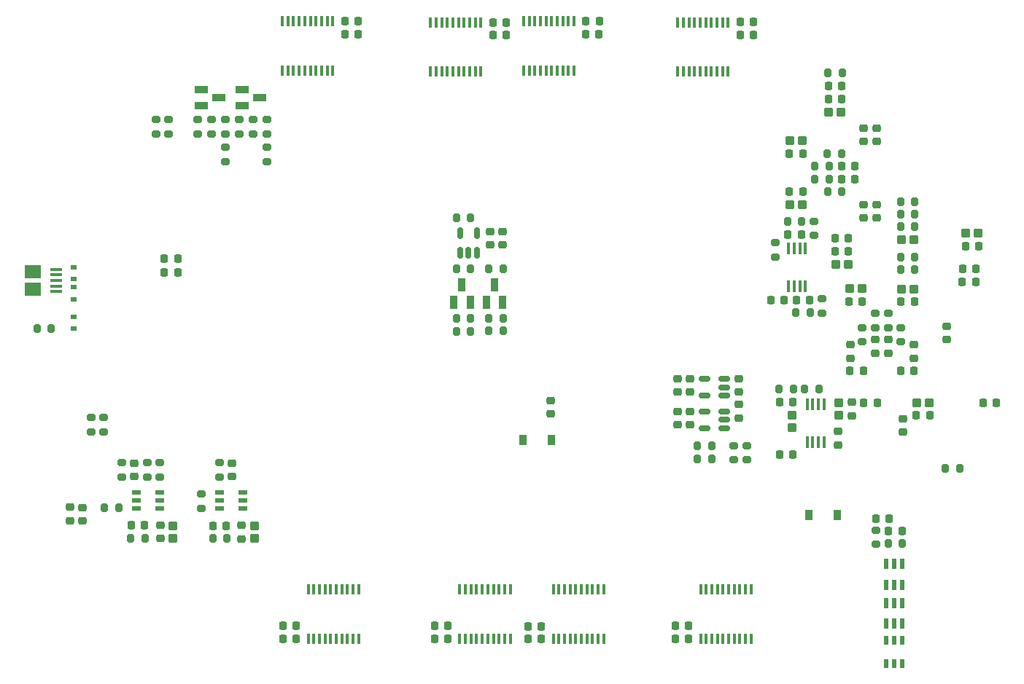
<source format=gbr>
%TF.GenerationSoftware,KiCad,Pcbnew,(6.0.11)*%
%TF.CreationDate,2024-03-19T14:27:03-04:00*%
%TF.ProjectId,Ultrasonic Sound Steering - Control Rev. B,556c7472-6173-46f6-9e69-6320536f756e,rev?*%
%TF.SameCoordinates,Original*%
%TF.FileFunction,Paste,Bot*%
%TF.FilePolarity,Positive*%
%FSLAX46Y46*%
G04 Gerber Fmt 4.6, Leading zero omitted, Abs format (unit mm)*
G04 Created by KiCad (PCBNEW (6.0.11)) date 2024-03-19 14:27:03*
%MOMM*%
%LPD*%
G01*
G04 APERTURE LIST*
G04 Aperture macros list*
%AMRoundRect*
0 Rectangle with rounded corners*
0 $1 Rounding radius*
0 $2 $3 $4 $5 $6 $7 $8 $9 X,Y pos of 4 corners*
0 Add a 4 corners polygon primitive as box body*
4,1,4,$2,$3,$4,$5,$6,$7,$8,$9,$2,$3,0*
0 Add four circle primitives for the rounded corners*
1,1,$1+$1,$2,$3*
1,1,$1+$1,$4,$5*
1,1,$1+$1,$6,$7*
1,1,$1+$1,$8,$9*
0 Add four rect primitives between the rounded corners*
20,1,$1+$1,$2,$3,$4,$5,0*
20,1,$1+$1,$4,$5,$6,$7,0*
20,1,$1+$1,$6,$7,$8,$9,0*
20,1,$1+$1,$8,$9,$2,$3,0*%
G04 Aperture macros list end*
%ADD10RoundRect,0.225000X-0.225000X-0.250000X0.225000X-0.250000X0.225000X0.250000X-0.225000X0.250000X0*%
%ADD11R,0.304800X1.168400*%
%ADD12RoundRect,0.200000X0.275000X-0.200000X0.275000X0.200000X-0.275000X0.200000X-0.275000X-0.200000X0*%
%ADD13RoundRect,0.250000X0.287500X0.275000X-0.287500X0.275000X-0.287500X-0.275000X0.287500X-0.275000X0*%
%ADD14RoundRect,0.200000X-0.200000X-0.275000X0.200000X-0.275000X0.200000X0.275000X-0.200000X0.275000X0*%
%ADD15RoundRect,0.200000X-0.275000X0.200000X-0.275000X-0.200000X0.275000X-0.200000X0.275000X0.200000X0*%
%ADD16R,0.700000X0.600000*%
%ADD17R,0.863600X1.600200*%
%ADD18RoundRect,0.225000X0.225000X0.250000X-0.225000X0.250000X-0.225000X-0.250000X0.225000X-0.250000X0*%
%ADD19R,0.977900X0.558800*%
%ADD20RoundRect,0.225000X-0.250000X0.225000X-0.250000X-0.225000X0.250000X-0.225000X0.250000X0.225000X0*%
%ADD21RoundRect,0.225000X0.250000X-0.225000X0.250000X0.225000X-0.250000X0.225000X-0.250000X-0.225000X0*%
%ADD22R,1.600200X0.863600*%
%ADD23R,0.558800X0.977900*%
%ADD24RoundRect,0.250000X-0.275000X0.287500X-0.275000X-0.287500X0.275000X-0.287500X0.275000X0.287500X0*%
%ADD25RoundRect,0.150000X0.150000X-0.512500X0.150000X0.512500X-0.150000X0.512500X-0.150000X-0.512500X0*%
%ADD26RoundRect,0.200000X0.200000X0.275000X-0.200000X0.275000X-0.200000X-0.275000X0.200000X-0.275000X0*%
%ADD27RoundRect,0.250000X-0.287500X-0.275000X0.287500X-0.275000X0.287500X0.275000X-0.287500X0.275000X0*%
%ADD28RoundRect,0.218750X-0.218750X-0.256250X0.218750X-0.256250X0.218750X0.256250X-0.218750X0.256250X0*%
%ADD29R,0.450000X1.450000*%
%ADD30RoundRect,0.150000X0.512500X0.150000X-0.512500X0.150000X-0.512500X-0.150000X0.512500X-0.150000X0*%
%ADD31RoundRect,0.250000X0.275000X-0.287500X0.275000X0.287500X-0.275000X0.287500X-0.275000X-0.287500X0*%
%ADD32R,0.900000X1.200000*%
%ADD33R,0.533400X1.295400*%
%ADD34R,1.350000X0.400000*%
%ADD35R,1.900000X1.500000*%
%ADD36R,0.431800X1.358900*%
%ADD37R,0.558800X1.295400*%
G04 APERTURE END LIST*
D10*
%TO.C,C5*%
X108760000Y-119100000D03*
X110310000Y-119100000D03*
%TD*%
%TO.C,C124*%
X162425000Y-130760000D03*
X163975000Y-130760000D03*
%TD*%
D11*
%TO.C,U21*%
X122655000Y-66230200D03*
X122004999Y-66230200D03*
X121355001Y-66230200D03*
X120704999Y-66230200D03*
X120055001Y-66230200D03*
X119405002Y-66230200D03*
X118755001Y-66230200D03*
X118105002Y-66230200D03*
X117455001Y-66230200D03*
X116805002Y-66230200D03*
X116805000Y-60489800D03*
X117454998Y-60489800D03*
X118104999Y-60489800D03*
X118754998Y-60489800D03*
X119404999Y-60489800D03*
X120054998Y-60489800D03*
X120704999Y-60489800D03*
X121354998Y-60489800D03*
X122004999Y-60489800D03*
X122654998Y-60489800D03*
%TD*%
D12*
%TO.C,R130*%
X169220000Y-111465000D03*
X169220000Y-109815000D03*
%TD*%
D13*
%TO.C,C145*%
X184062500Y-91560000D03*
X182637500Y-91560000D03*
%TD*%
D14*
%TO.C,R84*%
X137010000Y-89254500D03*
X138660000Y-89254500D03*
%TD*%
%TO.C,R89*%
X177446500Y-103214600D03*
X179096500Y-103214600D03*
%TD*%
D15*
%TO.C,R59*%
X115001000Y-75112501D03*
X115001000Y-76762501D03*
%TD*%
D16*
%TO.C,D25*%
X92590000Y-92800000D03*
X92590000Y-91400000D03*
%TD*%
D12*
%TO.C,R90*%
X179450000Y-94395000D03*
X179450000Y-92745000D03*
%TD*%
D14*
%TO.C,R91*%
X140780000Y-89254500D03*
X142430000Y-89254500D03*
%TD*%
D11*
%TO.C,U18*%
X148265000Y-126489800D03*
X148915001Y-126489800D03*
X149564999Y-126489800D03*
X150215001Y-126489800D03*
X150864999Y-126489800D03*
X151514998Y-126489800D03*
X152164999Y-126489800D03*
X152814998Y-126489800D03*
X153464999Y-126489800D03*
X154114998Y-126489800D03*
X154115000Y-132230200D03*
X153465002Y-132230200D03*
X152815001Y-132230200D03*
X152165002Y-132230200D03*
X151515001Y-132230200D03*
X150865002Y-132230200D03*
X150215001Y-132230200D03*
X149565002Y-132230200D03*
X148915001Y-132230200D03*
X148265002Y-132230200D03*
%TD*%
D17*
%TO.C,Q8*%
X142375001Y-93140000D03*
X140474999Y-93140000D03*
X141425000Y-91129000D03*
%TD*%
D15*
%TO.C,R50*%
X185740000Y-119635000D03*
X185740000Y-121285000D03*
%TD*%
D18*
%TO.C,C126*%
X125595000Y-60490000D03*
X124045000Y-60490000D03*
%TD*%
D12*
%TO.C,R52*%
X103620000Y-73577500D03*
X103620000Y-71927500D03*
%TD*%
D19*
%TO.C,U2*%
X99819750Y-117140001D03*
X99819750Y-116190000D03*
X99819750Y-115239999D03*
X102550250Y-115239999D03*
X102550250Y-116190000D03*
X102550250Y-117140001D03*
%TD*%
D20*
%TO.C,C17*%
X93580000Y-116980000D03*
X93580000Y-118530000D03*
%TD*%
D21*
%TO.C,C41*%
X190110000Y-99645000D03*
X190110000Y-98095000D03*
%TD*%
D20*
%TO.C,C11*%
X102615000Y-119035000D03*
X102615000Y-120585000D03*
%TD*%
D14*
%TO.C,R57*%
X176415000Y-94320000D03*
X178065000Y-94320000D03*
%TD*%
D18*
%TO.C,C143*%
X184145000Y-93092500D03*
X182595000Y-93092500D03*
%TD*%
%TO.C,C2*%
X153580000Y-61960000D03*
X152030000Y-61960000D03*
%TD*%
D12*
%TO.C,R7*%
X101125000Y-113435000D03*
X101125000Y-111785000D03*
%TD*%
D22*
%TO.C,Q2*%
X107380000Y-70290002D03*
X107380000Y-68390000D03*
X109391000Y-69340001D03*
%TD*%
D20*
%TO.C,C139*%
X185770000Y-81760000D03*
X185770000Y-83310000D03*
%TD*%
D13*
%TO.C,C6*%
X190102500Y-85850000D03*
X188677500Y-85850000D03*
%TD*%
D10*
%TO.C,C78*%
X187175000Y-119720000D03*
X188725000Y-119720000D03*
%TD*%
D21*
%TO.C,C55*%
X187160000Y-99042500D03*
X187160000Y-97492500D03*
%TD*%
D23*
%TO.C,U9*%
X188760000Y-135125250D03*
X187809999Y-135125250D03*
X186859998Y-135125250D03*
X186859998Y-132394750D03*
X187809999Y-132394750D03*
X188760000Y-132394750D03*
%TD*%
D24*
%TO.C,C10*%
X104100000Y-119117500D03*
X104100000Y-120542500D03*
%TD*%
D18*
%TO.C,C23*%
X181755000Y-69510000D03*
X180205000Y-69510000D03*
%TD*%
%TO.C,C20*%
X197635000Y-86600000D03*
X196085000Y-86600000D03*
%TD*%
D14*
%TO.C,R95*%
X178635231Y-77323291D03*
X180285231Y-77323291D03*
%TD*%
D25*
%TO.C,U25*%
X139365000Y-87392000D03*
X138415000Y-87392000D03*
X137465000Y-87392000D03*
X137465000Y-85117000D03*
X139365000Y-85117000D03*
%TD*%
D10*
%TO.C,C157*%
X180971631Y-87240000D03*
X182521631Y-87240000D03*
%TD*%
%TO.C,C121*%
X145335000Y-132250000D03*
X146885000Y-132250000D03*
%TD*%
D18*
%TO.C,C151*%
X176085000Y-110820000D03*
X174535000Y-110820000D03*
%TD*%
D26*
%TO.C,R126*%
X195440000Y-112410000D03*
X193790000Y-112410000D03*
%TD*%
D20*
%TO.C,C154*%
X182880000Y-104765000D03*
X182880000Y-106315000D03*
%TD*%
D10*
%TO.C,C129*%
X116875000Y-130720000D03*
X118425000Y-130720000D03*
%TD*%
%TO.C,C125*%
X116875000Y-132250000D03*
X118425000Y-132250000D03*
%TD*%
D19*
%TO.C,U1*%
X109478825Y-117140001D03*
X109478825Y-116190000D03*
X109478825Y-115239999D03*
X112209325Y-115239999D03*
X112209325Y-116190000D03*
X112209325Y-117140001D03*
%TD*%
D10*
%TO.C,C48*%
X188620000Y-93092500D03*
X190170000Y-93092500D03*
%TD*%
D17*
%TO.C,Q7*%
X138605001Y-93145500D03*
X136704999Y-93145500D03*
X137655000Y-91134500D03*
%TD*%
D20*
%TO.C,C63*%
X184310000Y-81760000D03*
X184310000Y-83310000D03*
%TD*%
D15*
%TO.C,R9*%
X98135000Y-111785000D03*
X98135000Y-113435000D03*
%TD*%
D10*
%TO.C,C90*%
X198125000Y-104790000D03*
X199675000Y-104790000D03*
%TD*%
%TO.C,C25*%
X195745000Y-90745000D03*
X197295000Y-90745000D03*
%TD*%
D27*
%TO.C,C161*%
X181057500Y-88750000D03*
X182482500Y-88750000D03*
%TD*%
D18*
%TO.C,C57*%
X183270231Y-77323291D03*
X181720231Y-77323291D03*
%TD*%
D14*
%TO.C,R103*%
X174481500Y-103214600D03*
X176131500Y-103214600D03*
%TD*%
D10*
%TO.C,C24*%
X195750000Y-89235000D03*
X197300000Y-89235000D03*
%TD*%
D12*
%TO.C,R64*%
X110190000Y-73560000D03*
X110190000Y-71910000D03*
%TD*%
%TO.C,R60*%
X115000000Y-73555000D03*
X115000000Y-71905000D03*
%TD*%
D18*
%TO.C,C58*%
X183270231Y-78823291D03*
X181720231Y-78823291D03*
%TD*%
D15*
%TO.C,R63*%
X110191000Y-75115001D03*
X110191000Y-76765001D03*
%TD*%
D14*
%TO.C,R22*%
X188565000Y-87900000D03*
X190215000Y-87900000D03*
%TD*%
D20*
%TO.C,C77*%
X147980000Y-104545000D03*
X147980000Y-106095000D03*
%TD*%
D26*
%TO.C,R83*%
X138660000Y-95030000D03*
X137010000Y-95030000D03*
%TD*%
D13*
%TO.C,C53*%
X177142500Y-81820000D03*
X175717500Y-81820000D03*
%TD*%
D10*
%TO.C,C122*%
X162425000Y-132220000D03*
X163975000Y-132220000D03*
%TD*%
D26*
%TO.C,R18*%
X190215000Y-82880000D03*
X188565000Y-82880000D03*
%TD*%
D10*
%TO.C,C155*%
X180971631Y-85720000D03*
X182521631Y-85720000D03*
%TD*%
D18*
%TO.C,C42*%
X175055000Y-92860000D03*
X173505000Y-92860000D03*
%TD*%
D14*
%TO.C,R123*%
X137010000Y-83300000D03*
X138660000Y-83300000D03*
%TD*%
D10*
%TO.C,C1*%
X134485000Y-130740000D03*
X136035000Y-130740000D03*
%TD*%
%TO.C,C123*%
X145335000Y-130790000D03*
X146885000Y-130790000D03*
%TD*%
D26*
%TO.C,R86*%
X142430000Y-95024500D03*
X140780000Y-95024500D03*
%TD*%
D18*
%TO.C,C93*%
X178015000Y-92860000D03*
X176465000Y-92860000D03*
%TD*%
D20*
%TO.C,C14*%
X92120000Y-116975000D03*
X92120000Y-118525000D03*
%TD*%
D22*
%TO.C,Q1*%
X112154700Y-70286302D03*
X112154700Y-68386300D03*
X114165700Y-69336301D03*
%TD*%
D24*
%TO.C,C8*%
X113578825Y-119157501D03*
X113578825Y-120582501D03*
%TD*%
D20*
%TO.C,C4*%
X99635000Y-111835000D03*
X99635000Y-113385000D03*
%TD*%
D14*
%TO.C,R87*%
X180105000Y-80280000D03*
X181755000Y-80280000D03*
%TD*%
D21*
%TO.C,C66*%
X184310000Y-74430000D03*
X184310000Y-72880000D03*
%TD*%
D18*
%TO.C,C99*%
X142785000Y-60590000D03*
X141235000Y-60590000D03*
%TD*%
D28*
%TO.C,L1*%
X184300000Y-104790000D03*
X185875000Y-104790000D03*
%TD*%
D12*
%TO.C,R20*%
X107430000Y-117080000D03*
X107430000Y-115430000D03*
%TD*%
D13*
%TO.C,C18*%
X197550000Y-85090000D03*
X196125000Y-85090000D03*
%TD*%
D20*
%TO.C,C137*%
X181290000Y-108155000D03*
X181290000Y-109705000D03*
%TD*%
D13*
%TO.C,C156*%
X191865000Y-104792000D03*
X190440000Y-104792000D03*
%TD*%
D29*
%TO.C,U23*%
X177523631Y-91250000D03*
X176873631Y-91250000D03*
X176223631Y-91250000D03*
X175573631Y-91250000D03*
X175573631Y-86850000D03*
X176223631Y-86850000D03*
X176873631Y-86850000D03*
X177523631Y-86850000D03*
%TD*%
D26*
%TO.C,R11*%
X100865000Y-120565000D03*
X99215000Y-120565000D03*
%TD*%
D30*
%TO.C,U26*%
X168095750Y-102060000D03*
X168095750Y-103010000D03*
X168095750Y-103960000D03*
X165820750Y-103960000D03*
X165820750Y-102060000D03*
%TD*%
D20*
%TO.C,C128*%
X140895000Y-84904500D03*
X140895000Y-86454500D03*
%TD*%
D21*
%TO.C,C32*%
X193930000Y-97485000D03*
X193930000Y-95935000D03*
%TD*%
D15*
%TO.C,R122*%
X178490000Y-83715000D03*
X178490000Y-85365000D03*
%TD*%
D11*
%TO.C,U14*%
X168555000Y-66330200D03*
X167904999Y-66330200D03*
X167255001Y-66330200D03*
X166604999Y-66330200D03*
X165955001Y-66330200D03*
X165305002Y-66330200D03*
X164655001Y-66330200D03*
X164005002Y-66330200D03*
X163355001Y-66330200D03*
X162705002Y-66330200D03*
X162705000Y-60589800D03*
X163354998Y-60589800D03*
X164004999Y-60589800D03*
X164654998Y-60589800D03*
X165304999Y-60589800D03*
X165954998Y-60589800D03*
X166604999Y-60589800D03*
X167254998Y-60589800D03*
X167904999Y-60589800D03*
X168554998Y-60589800D03*
%TD*%
D18*
%TO.C,C132*%
X104657500Y-89640000D03*
X103107500Y-89640000D03*
%TD*%
D15*
%TO.C,R106*%
X174010000Y-86225000D03*
X174010000Y-87875000D03*
%TD*%
D10*
%TO.C,C94*%
X134485000Y-132250000D03*
X136035000Y-132250000D03*
%TD*%
D31*
%TO.C,C153*%
X181370000Y-106235000D03*
X181370000Y-104810000D03*
%TD*%
D26*
%TO.C,R13*%
X190215000Y-89360000D03*
X188565000Y-89360000D03*
%TD*%
D21*
%TO.C,C144*%
X185770000Y-74430000D03*
X185770000Y-72880000D03*
%TD*%
D14*
%TO.C,R19*%
X188565000Y-84340000D03*
X190215000Y-84340000D03*
%TD*%
%TO.C,R42*%
X180065000Y-75860000D03*
X181715000Y-75860000D03*
%TD*%
D18*
%TO.C,C45*%
X190135000Y-101080000D03*
X188585000Y-101080000D03*
%TD*%
%TO.C,C98*%
X104652500Y-88100000D03*
X103102500Y-88100000D03*
%TD*%
D32*
%TO.C,D4*%
X181200000Y-117860000D03*
X177900000Y-117860000D03*
%TD*%
D12*
%TO.C,R61*%
X113401000Y-73562501D03*
X113401000Y-71912501D03*
%TD*%
D11*
%TO.C,U15*%
X137405000Y-126489800D03*
X138055001Y-126489800D03*
X138704999Y-126489800D03*
X139355001Y-126489800D03*
X140004999Y-126489800D03*
X140654998Y-126489800D03*
X141304999Y-126489800D03*
X141954998Y-126489800D03*
X142604999Y-126489800D03*
X143254998Y-126489800D03*
X143255000Y-132230200D03*
X142605002Y-132230200D03*
X141955001Y-132230200D03*
X141305002Y-132230200D03*
X140655001Y-132230200D03*
X140005002Y-132230200D03*
X139355001Y-132230200D03*
X138705002Y-132230200D03*
X138055001Y-132230200D03*
X137405002Y-132230200D03*
%TD*%
D18*
%TO.C,C96*%
X142780000Y-62110000D03*
X141230000Y-62110000D03*
%TD*%
D33*
%TO.C,Q5*%
X188772500Y-130483000D03*
X187820000Y-130483000D03*
X186867500Y-130483000D03*
X186867500Y-128070000D03*
X187820000Y-128070000D03*
X188772500Y-128070000D03*
%TD*%
D15*
%TO.C,R6*%
X102605000Y-111785000D03*
X102605000Y-113435000D03*
%TD*%
%TO.C,R92*%
X187160000Y-94442500D03*
X187160000Y-96092500D03*
%TD*%
D32*
%TO.C,D2*%
X144710000Y-109150000D03*
X148010000Y-109150000D03*
%TD*%
D21*
%TO.C,C35*%
X182730000Y-99630000D03*
X182730000Y-98080000D03*
%TD*%
D11*
%TO.C,U20*%
X119805000Y-126489800D03*
X120455001Y-126489800D03*
X121104999Y-126489800D03*
X121755001Y-126489800D03*
X122404999Y-126489800D03*
X123054998Y-126489800D03*
X123704999Y-126489800D03*
X124354998Y-126489800D03*
X125004999Y-126489800D03*
X125654998Y-126489800D03*
X125655000Y-132230200D03*
X125005002Y-132230200D03*
X124355001Y-132230200D03*
X123705002Y-132230200D03*
X123055001Y-132230200D03*
X122405002Y-132230200D03*
X121755001Y-132230200D03*
X121105002Y-132230200D03*
X120455001Y-132230200D03*
X119805002Y-132230200D03*
%TD*%
D12*
%TO.C,R66*%
X106991000Y-73565001D03*
X106991000Y-71915001D03*
%TD*%
D34*
%TO.C,P18*%
X90510000Y-91900000D03*
X90510000Y-91250000D03*
X90510000Y-90600000D03*
X90510000Y-89950000D03*
X90510000Y-89300000D03*
D35*
X87810000Y-89600000D03*
X87810000Y-91600000D03*
%TD*%
D16*
%TO.C,D24*%
X92590000Y-89060000D03*
X92590000Y-90460000D03*
%TD*%
D27*
%TO.C,C51*%
X188697500Y-91580000D03*
X190122500Y-91580000D03*
%TD*%
D12*
%TO.C,R62*%
X111801000Y-73562501D03*
X111801000Y-71912501D03*
%TD*%
%TO.C,R129*%
X170760000Y-111465000D03*
X170760000Y-109815000D03*
%TD*%
D16*
%TO.C,D23*%
X92610000Y-96210000D03*
X92610000Y-94810000D03*
%TD*%
D11*
%TO.C,U13*%
X165365000Y-126489800D03*
X166015001Y-126489800D03*
X166664999Y-126489800D03*
X167315001Y-126489800D03*
X167964999Y-126489800D03*
X168614998Y-126489800D03*
X169264999Y-126489800D03*
X169914998Y-126489800D03*
X170564999Y-126489800D03*
X171214998Y-126489800D03*
X171215000Y-132230200D03*
X170565002Y-132230200D03*
X169915001Y-132230200D03*
X169265002Y-132230200D03*
X168615001Y-132230200D03*
X167965002Y-132230200D03*
X167315001Y-132230200D03*
X166665002Y-132230200D03*
X166015001Y-132230200D03*
X165365002Y-132230200D03*
%TD*%
D30*
%TO.C,U27*%
X168088500Y-105855000D03*
X168088500Y-106805000D03*
X168088500Y-107755000D03*
X165813500Y-107755000D03*
X165813500Y-105855000D03*
%TD*%
D20*
%TO.C,C76*%
X188880000Y-106650000D03*
X188880000Y-108200000D03*
%TD*%
D10*
%TO.C,C7*%
X99265000Y-119065000D03*
X100815000Y-119065000D03*
%TD*%
D20*
%TO.C,C166*%
X164111000Y-105815000D03*
X164111000Y-107365000D03*
%TD*%
D14*
%TO.C,R49*%
X187125000Y-121205000D03*
X188775000Y-121205000D03*
%TD*%
D26*
%TO.C,R67*%
X89955000Y-96160000D03*
X88305000Y-96160000D03*
%TD*%
D20*
%TO.C,C165*%
X162658250Y-102015000D03*
X162658250Y-103565000D03*
%TD*%
D26*
%TO.C,R132*%
X166635000Y-111310000D03*
X164985000Y-111310000D03*
%TD*%
D15*
%TO.C,R93*%
X185600000Y-94447500D03*
X185600000Y-96097500D03*
%TD*%
D11*
%TO.C,U16*%
X139855000Y-66330200D03*
X139204999Y-66330200D03*
X138555001Y-66330200D03*
X137904999Y-66330200D03*
X137255001Y-66330200D03*
X136605002Y-66330200D03*
X135955001Y-66330200D03*
X135305002Y-66330200D03*
X134655001Y-66330200D03*
X134005002Y-66330200D03*
X134005000Y-60589800D03*
X134654998Y-60589800D03*
X135304999Y-60589800D03*
X135954998Y-60589800D03*
X136604999Y-60589800D03*
X137254998Y-60589800D03*
X137904999Y-60589800D03*
X138554998Y-60589800D03*
X139204999Y-60589800D03*
X139854998Y-60589800D03*
%TD*%
D12*
%TO.C,R51*%
X102160000Y-73580000D03*
X102160000Y-71930000D03*
%TD*%
D20*
%TO.C,C127*%
X142355000Y-84904500D03*
X142355000Y-86454500D03*
%TD*%
D18*
%TO.C,C97*%
X171515000Y-62110000D03*
X169965000Y-62110000D03*
%TD*%
D20*
%TO.C,C163*%
X169820000Y-102010000D03*
X169820000Y-103560000D03*
%TD*%
D36*
%TO.C,U24*%
X177716501Y-104965750D03*
X178366499Y-104965750D03*
X179016501Y-104965750D03*
X179666499Y-104965750D03*
X179666499Y-109423450D03*
X179016501Y-109423450D03*
X178366499Y-109423450D03*
X177716501Y-109423450D03*
%TD*%
D18*
%TO.C,C84*%
X187265000Y-118250000D03*
X185715000Y-118250000D03*
%TD*%
D11*
%TO.C,U19*%
X150655000Y-66230200D03*
X150004999Y-66230200D03*
X149355001Y-66230200D03*
X148704999Y-66230200D03*
X148055001Y-66230200D03*
X147405002Y-66230200D03*
X146755001Y-66230200D03*
X146105002Y-66230200D03*
X145455001Y-66230200D03*
X144805002Y-66230200D03*
X144805000Y-60489800D03*
X145454998Y-60489800D03*
X146104999Y-60489800D03*
X146754998Y-60489800D03*
X147404999Y-60489800D03*
X148054998Y-60489800D03*
X148704999Y-60489800D03*
X149354998Y-60489800D03*
X150004999Y-60489800D03*
X150654998Y-60489800D03*
%TD*%
D15*
%TO.C,R127*%
X94630000Y-106550000D03*
X94630000Y-108200000D03*
%TD*%
D20*
%TO.C,C167*%
X162651000Y-105815000D03*
X162651000Y-107365000D03*
%TD*%
D26*
%TO.C,R85*%
X142430000Y-96484500D03*
X140780000Y-96484500D03*
%TD*%
D18*
%TO.C,C100*%
X171515000Y-60580000D03*
X169965000Y-60580000D03*
%TD*%
D21*
%TO.C,C56*%
X185600001Y-99047500D03*
X185600001Y-97497500D03*
%TD*%
D26*
%TO.C,R82*%
X138660000Y-96490000D03*
X137010000Y-96490000D03*
%TD*%
D15*
%TO.C,R43*%
X184140000Y-96105000D03*
X184140000Y-97755000D03*
%TD*%
D37*
%TO.C,Q6*%
X186867500Y-123577000D03*
X187820000Y-123577000D03*
X188772500Y-123577000D03*
X188772500Y-125990000D03*
X187820000Y-125990000D03*
X186867500Y-125990000D03*
%TD*%
D18*
%TO.C,C152*%
X177055000Y-85240000D03*
X175505000Y-85240000D03*
%TD*%
D26*
%TO.C,R26*%
X181815001Y-66500250D03*
X180165001Y-66500250D03*
%TD*%
D18*
%TO.C,C136*%
X176081500Y-104714600D03*
X174531500Y-104714600D03*
%TD*%
D21*
%TO.C,C162*%
X169820000Y-106585000D03*
X169820000Y-105035000D03*
%TD*%
D14*
%TO.C,R121*%
X175455000Y-83780000D03*
X177105000Y-83780000D03*
%TD*%
%TO.C,R94*%
X178640231Y-78823291D03*
X180290231Y-78823291D03*
%TD*%
D18*
%TO.C,C146*%
X177225000Y-80310000D03*
X175675000Y-80310000D03*
%TD*%
D10*
%TO.C,C158*%
X190405000Y-106302000D03*
X191955000Y-106302000D03*
%TD*%
D20*
%TO.C,C9*%
X112090000Y-119072500D03*
X112090000Y-120622500D03*
%TD*%
D12*
%TO.C,R65*%
X108591000Y-73565001D03*
X108591000Y-71915001D03*
%TD*%
D26*
%TO.C,R21*%
X97815000Y-117005000D03*
X96165000Y-117005000D03*
%TD*%
D13*
%TO.C,C26*%
X181670000Y-71020000D03*
X180245000Y-71020000D03*
%TD*%
D26*
%TO.C,R15*%
X190215000Y-81420000D03*
X188565000Y-81420000D03*
%TD*%
D15*
%TO.C,R124*%
X96090000Y-106550000D03*
X96090000Y-108200000D03*
%TD*%
%TO.C,R41*%
X188630000Y-96105000D03*
X188630000Y-97755000D03*
%TD*%
D26*
%TO.C,R131*%
X166635000Y-109850000D03*
X164985000Y-109850000D03*
%TD*%
D18*
%TO.C,C50*%
X177220000Y-75840000D03*
X175670000Y-75840000D03*
%TD*%
D12*
%TO.C,R8*%
X109480000Y-113427500D03*
X109480000Y-111777500D03*
%TD*%
D10*
%TO.C,C43*%
X182705000Y-101070000D03*
X184255000Y-101070000D03*
%TD*%
D18*
%TO.C,C130*%
X125595000Y-62000000D03*
X124045000Y-62000000D03*
%TD*%
D13*
%TO.C,C149*%
X177130000Y-74330000D03*
X175705000Y-74330000D03*
%TD*%
D20*
%TO.C,C3*%
X110940000Y-111827500D03*
X110940000Y-113377500D03*
%TD*%
D18*
%TO.C,C95*%
X153585000Y-60440000D03*
X152035000Y-60440000D03*
%TD*%
D10*
%TO.C,C22*%
X180215001Y-68000250D03*
X181765001Y-68000250D03*
%TD*%
D26*
%TO.C,R10*%
X110360000Y-120560000D03*
X108710000Y-120560000D03*
%TD*%
D20*
%TO.C,C164*%
X164118250Y-102015000D03*
X164118250Y-103565000D03*
%TD*%
D24*
%TO.C,C92*%
X175970000Y-106307500D03*
X175970000Y-107732500D03*
%TD*%
M02*

</source>
